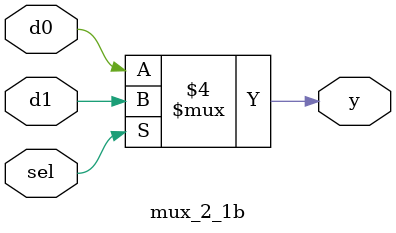
<source format=sv>
module mux_2_1b (
  input  wire sel,
  // Segnale di selezione
  input  logic d0,
  // Ingresso 0
  input  logic d1,
  // Ingresso 1
  output logic y
  // Uscita del multiplexer
);



  always @(sel or d0 or d1) begin
    if (sel == 1'b0) begin
      y <= d0;
      // Selezione ingresso 0
    end else begin
      y <= d1;
      // Selezione ingresso 1
    end
  end


endmodule

</source>
